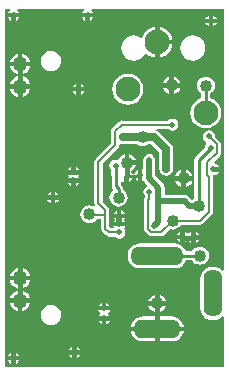
<source format=gbl>
%FSLAX25Y25*%
%MOIN*%
G70*
G01*
G75*
G04 Layer_Physical_Order=2*
G04 Layer_Color=16711680*
%ADD10R,0.05500X0.08000*%
%ADD11R,0.12000X0.15000*%
%ADD12R,0.01500X0.02000*%
%ADD13R,0.02000X0.01500*%
%ADD14R,0.01575X0.01969*%
%ADD15R,0.02500X0.03000*%
%ADD16R,0.02000X0.02000*%
%ADD17R,0.00984X0.01969*%
%ADD18R,0.04331X0.04724*%
%ADD19R,0.03937X0.06299*%
%ADD20R,0.01575X0.01850*%
%ADD21R,0.06693X0.03740*%
%ADD22R,0.01575X0.01850*%
%ADD23R,0.01181X0.02598*%
%ADD24R,0.01575X0.01929*%
%ADD25R,0.01181X0.01929*%
%ADD26R,0.14961X0.12047*%
%ADD27R,0.02756X0.01575*%
%ADD28C,0.02000*%
%ADD29C,0.02500*%
%ADD30C,0.01000*%
%ADD31C,0.01500*%
%ADD32C,0.00800*%
%ADD33C,0.04000*%
%ADD34C,0.00700*%
%ADD35C,0.00500*%
%ADD36C,0.00600*%
%ADD37C,0.01200*%
%ADD38R,0.01969X0.00787*%
%ADD39R,0.04134X0.05512*%
%ADD40C,0.08268*%
%ADD41O,0.17716X0.06299*%
%ADD42O,0.06299X0.15748*%
%ADD43O,0.15748X0.06299*%
%ADD44C,0.02000*%
%ADD45C,0.05000*%
%ADD46C,0.04000*%
G36*
X75300Y34899D02*
X74732Y34706D01*
X74664Y34795D01*
X73797Y35460D01*
X72787Y35878D01*
X71704Y36021D01*
X70621Y35878D01*
X69611Y35460D01*
X68744Y34795D01*
X68079Y33928D01*
X67661Y32919D01*
X67519Y31835D01*
Y22387D01*
X67661Y21303D01*
X68079Y20294D01*
X68744Y19427D01*
X69611Y18762D01*
X70621Y18344D01*
X71704Y18201D01*
X72787Y18344D01*
X73797Y18762D01*
X74664Y19427D01*
X74732Y19516D01*
X75300Y19323D01*
Y2600D01*
X2600D01*
Y122100D01*
X3959D01*
X4133Y121526D01*
X3858Y121342D01*
X3416Y120680D01*
X3410Y120650D01*
X7190D01*
X7184Y120680D01*
X6742Y121342D01*
X6467Y121526D01*
X6641Y122100D01*
X28659D01*
X28833Y121526D01*
X28558Y121342D01*
X28116Y120680D01*
X28110Y120650D01*
X31890D01*
X31884Y120680D01*
X31442Y121342D01*
X31167Y121526D01*
X31341Y122100D01*
X75300D01*
Y34899D01*
D02*
G37*
%LPC*%
G36*
X8250Y35631D02*
Y32950D01*
X10932D01*
X10910Y33114D01*
X10557Y33965D01*
X9996Y34696D01*
X9265Y35257D01*
X8414Y35610D01*
X8250Y35631D01*
D02*
G37*
G36*
X6750D02*
X6586Y35610D01*
X5735Y35257D01*
X5004Y34696D01*
X4443Y33965D01*
X4090Y33114D01*
X4069Y32950D01*
X6750D01*
Y35631D01*
D02*
G37*
G36*
X58909Y43895D02*
X47491D01*
X46408Y43752D01*
X45399Y43334D01*
X44532Y42669D01*
X43867Y41802D01*
X43448Y40793D01*
X43306Y39709D01*
X43448Y38626D01*
X43867Y37617D01*
X44532Y36750D01*
X45399Y36085D01*
X46408Y35667D01*
X47491Y35524D01*
X58909D01*
X59992Y35667D01*
X61001Y36085D01*
X61868Y36750D01*
X62533Y37617D01*
X62767Y38180D01*
X64785D01*
X65260Y37560D01*
X65887Y37080D01*
X66617Y36777D01*
X67400Y36674D01*
X68183Y36777D01*
X68913Y37080D01*
X69540Y37560D01*
X70021Y38187D01*
X70323Y38917D01*
X70426Y39700D01*
X70323Y40483D01*
X70021Y41213D01*
X69540Y41840D01*
X68913Y42320D01*
X68183Y42623D01*
X67400Y42726D01*
X66617Y42623D01*
X65887Y42320D01*
X65260Y41840D01*
X64799Y41239D01*
X62767D01*
X62533Y41802D01*
X61868Y42669D01*
X61001Y43334D01*
X59992Y43752D01*
X58909Y43895D01*
D02*
G37*
G36*
X67190Y44950D02*
X66050D01*
Y43810D01*
X66080Y43816D01*
X66742Y44258D01*
X67184Y44920D01*
X67190Y44950D01*
D02*
G37*
G36*
X62350Y47890D02*
Y46000D01*
Y44110D01*
X62380Y44116D01*
X63042Y44558D01*
X63050Y44570D01*
X63650D01*
X63858Y44258D01*
X64520Y43816D01*
X64550Y43810D01*
Y45700D01*
Y47590D01*
X64520Y47584D01*
X63858Y47142D01*
X63850Y47130D01*
X63250D01*
X63042Y47442D01*
X62380Y47884D01*
X62350Y47890D01*
D02*
G37*
G36*
X36250Y24090D02*
Y22950D01*
X37390D01*
X37384Y22980D01*
X36942Y23642D01*
X36280Y24084D01*
X36250Y24090D01*
D02*
G37*
G36*
X34750D02*
X34720Y24084D01*
X34058Y23642D01*
X33616Y22980D01*
X33610Y22950D01*
X34750D01*
Y24090D01*
D02*
G37*
G36*
X52450Y26727D02*
X52417Y26723D01*
X51687Y26421D01*
X51060Y25940D01*
X50580Y25313D01*
X50277Y24583D01*
X50273Y24550D01*
X52450D01*
Y26727D01*
D02*
G37*
G36*
X10932Y31450D02*
X4069D01*
X4090Y31286D01*
X4443Y30435D01*
X5004Y29704D01*
X5735Y29143D01*
X6586Y28790D01*
X6891Y28750D01*
Y28150D01*
X6586Y28110D01*
X5735Y27757D01*
X5004Y27196D01*
X4443Y26465D01*
X4090Y25614D01*
X4069Y25450D01*
X10932D01*
X10910Y25614D01*
X10557Y26465D01*
X9996Y27196D01*
X9265Y27757D01*
X8414Y28110D01*
X8109Y28150D01*
Y28750D01*
X8414Y28790D01*
X9265Y29143D01*
X9996Y29704D01*
X10557Y30435D01*
X10910Y31286D01*
X10932Y31450D01*
D02*
G37*
G36*
X53950Y26727D02*
Y24550D01*
X56127D01*
X56123Y24583D01*
X55821Y25313D01*
X55340Y25940D01*
X54713Y26421D01*
X53983Y26723D01*
X53950Y26727D01*
D02*
G37*
G36*
X17650Y58350D02*
X16510D01*
X16516Y58320D01*
X16958Y57658D01*
X17620Y57216D01*
X17650Y57210D01*
Y58350D01*
D02*
G37*
G36*
X41250Y54890D02*
Y53750D01*
X42390D01*
X42384Y53780D01*
X41942Y54442D01*
X41280Y54884D01*
X41250Y54890D01*
D02*
G37*
G36*
X20290Y58350D02*
X19150D01*
Y57210D01*
X19180Y57216D01*
X19842Y57658D01*
X20284Y58320D01*
X20290Y58350D01*
D02*
G37*
G36*
X17650Y60990D02*
X17620Y60984D01*
X16958Y60542D01*
X16516Y59880D01*
X16510Y59850D01*
X17650D01*
Y60990D01*
D02*
G37*
G36*
X70400Y81539D02*
X69620Y81384D01*
X68958Y80942D01*
X68516Y80280D01*
X68361Y79500D01*
X68516Y78720D01*
X68958Y78058D01*
X69569Y77649D01*
Y77049D01*
X69558Y77042D01*
X69116Y76380D01*
X68992Y75754D01*
X66019Y72781D01*
X65687Y72285D01*
X65571Y71700D01*
Y65949D01*
X65570Y65949D01*
Y65051D01*
X65571Y65051D01*
Y59008D01*
X64960Y58540D01*
X64960Y58540D01*
Y58540D01*
X64745Y58439D01*
X63742Y59442D01*
X63080Y59884D01*
X62300Y60039D01*
X55639D01*
Y62400D01*
X55484Y63180D01*
X55042Y63842D01*
X52539Y66345D01*
Y71600D01*
X52384Y72380D01*
X51942Y73042D01*
X51280Y73484D01*
X50500Y73639D01*
X49720Y73484D01*
X49058Y73042D01*
X48616Y72380D01*
X48461Y71600D01*
Y68921D01*
X48250Y68748D01*
Y66600D01*
Y64710D01*
X48280Y64716D01*
X48412Y64804D01*
X48616Y64720D01*
X49058Y64058D01*
X49752Y63364D01*
X49694Y62767D01*
X49058Y62342D01*
X48616Y61680D01*
X48461Y60900D01*
X48616Y60120D01*
X49058Y59458D01*
X49174Y59380D01*
X49174Y59380D01*
D01*
X49163Y59237D01*
X48875Y58807D01*
X48774Y58300D01*
Y48772D01*
X48875Y48264D01*
X49163Y47834D01*
X49163Y47834D01*
X49163Y47834D01*
X50334Y46663D01*
X50764Y46375D01*
X51272Y46275D01*
X54600D01*
X55107Y46375D01*
X55537Y46663D01*
X55537Y46663D01*
X55537Y46663D01*
X57429Y48555D01*
X57617Y48477D01*
X58400Y48374D01*
X59183Y48477D01*
X59913Y48779D01*
X60540Y49260D01*
X61020Y49887D01*
X61098Y50074D01*
X67500D01*
X68007Y50175D01*
X68437Y50463D01*
X71437Y53463D01*
X71725Y53893D01*
X71825Y54400D01*
Y66100D01*
X71900Y66461D01*
D01*
D01*
X72680Y66616D01*
X73342Y67058D01*
X73784Y67720D01*
X73790Y67750D01*
X71900D01*
Y69250D01*
X73790D01*
X73784Y69280D01*
X73342Y69942D01*
X72680Y70384D01*
X72202Y70479D01*
X72028Y71053D01*
X74037Y73063D01*
X74325Y73493D01*
X74426Y74000D01*
Y76800D01*
X74325Y77307D01*
X74037Y77737D01*
X72412Y79363D01*
X72439Y79500D01*
X72284Y80280D01*
X71842Y80942D01*
X71180Y81384D01*
X70400Y81539D01*
D02*
G37*
G36*
X66050Y47590D02*
Y46450D01*
X67190D01*
X67184Y46480D01*
X66742Y47142D01*
X66080Y47584D01*
X66050Y47590D01*
D02*
G37*
G36*
X60850Y45250D02*
X59710D01*
X59716Y45220D01*
X60158Y44558D01*
X60820Y44116D01*
X60850Y44110D01*
Y45250D01*
D02*
G37*
G36*
Y47890D02*
X60820Y47884D01*
X60158Y47442D01*
X59716Y46780D01*
X59710Y46750D01*
X60850D01*
Y47890D01*
D02*
G37*
G36*
X39750Y54890D02*
X39720Y54884D01*
X39058Y54442D01*
X38616Y53780D01*
X38610Y53750D01*
X39750D01*
Y54890D01*
D02*
G37*
G36*
X42390Y52250D02*
X38610D01*
X38616Y52220D01*
X39030Y51600D01*
X38616Y50980D01*
X38610Y50950D01*
X42390D01*
X42384Y50980D01*
X41970Y51600D01*
X42384Y52220D01*
X42390Y52250D01*
D02*
G37*
G36*
X24850Y9290D02*
X24820Y9284D01*
X24158Y8842D01*
X23716Y8180D01*
X23710Y8150D01*
X24850D01*
Y9290D01*
D02*
G37*
G36*
X6050Y7490D02*
Y6350D01*
X7190D01*
X7184Y6380D01*
X6742Y7042D01*
X6080Y7484D01*
X6050Y7490D01*
D02*
G37*
G36*
X26350Y9290D02*
Y8150D01*
X27490D01*
X27484Y8180D01*
X27042Y8842D01*
X26380Y9284D01*
X26350Y9290D01*
D02*
G37*
G36*
X62011Y14550D02*
X53950D01*
Y11115D01*
X57924D01*
X59008Y11257D01*
X60017Y11675D01*
X60884Y12341D01*
X61549Y13207D01*
X61967Y14217D01*
X62011Y14550D01*
D02*
G37*
G36*
X52450D02*
X44389D01*
X44433Y14217D01*
X44851Y13207D01*
X45516Y12341D01*
X46383Y11675D01*
X47392Y11257D01*
X48476Y11115D01*
X52450D01*
Y14550D01*
D02*
G37*
G36*
X7190Y4850D02*
X6050D01*
Y3710D01*
X6080Y3716D01*
X6742Y4158D01*
X7184Y4820D01*
X7190Y4850D01*
D02*
G37*
G36*
X4550D02*
X3410D01*
X3416Y4820D01*
X3858Y4158D01*
X4520Y3716D01*
X4550Y3710D01*
Y4850D01*
D02*
G37*
G36*
X24850Y6650D02*
X23710D01*
X23716Y6620D01*
X24158Y5958D01*
X24820Y5516D01*
X24850Y5510D01*
Y6650D01*
D02*
G37*
G36*
X4550Y7490D02*
X4520Y7484D01*
X3858Y7042D01*
X3416Y6380D01*
X3410Y6350D01*
X4550D01*
Y7490D01*
D02*
G37*
G36*
X27490Y6650D02*
X26350D01*
Y5510D01*
X26380Y5516D01*
X27042Y5958D01*
X27484Y6620D01*
X27490Y6650D01*
D02*
G37*
G36*
X52450Y23050D02*
X50273D01*
X50277Y23017D01*
X50580Y22287D01*
X51060Y21660D01*
X51687Y21180D01*
X52417Y20877D01*
X52450Y20873D01*
Y23050D01*
D02*
G37*
G36*
X37390Y21450D02*
X33610D01*
X33616Y21420D01*
X34058Y20758D01*
Y20242D01*
X33616Y19580D01*
X33610Y19550D01*
X37390D01*
X37384Y19580D01*
X36942Y20242D01*
Y20758D01*
X37384Y21420D01*
X37390Y21450D01*
D02*
G37*
G36*
X56127Y23050D02*
X53950D01*
Y20873D01*
X53983Y20877D01*
X54713Y21180D01*
X55340Y21660D01*
X55821Y22287D01*
X56123Y23017D01*
X56127Y23050D01*
D02*
G37*
G36*
X10932Y23950D02*
X8250D01*
Y21269D01*
X8414Y21290D01*
X9265Y21643D01*
X9996Y22204D01*
X10557Y22935D01*
X10910Y23786D01*
X10932Y23950D01*
D02*
G37*
G36*
X6750D02*
X4069D01*
X4090Y23786D01*
X4443Y22935D01*
X5004Y22204D01*
X5735Y21643D01*
X6586Y21290D01*
X6750Y21269D01*
Y23950D01*
D02*
G37*
G36*
X57924Y19485D02*
X53950D01*
Y16050D01*
X62011D01*
X61967Y16383D01*
X61549Y17393D01*
X60884Y18259D01*
X60017Y18925D01*
X59008Y19343D01*
X57924Y19485D01*
D02*
G37*
G36*
X52450D02*
X48476D01*
X47392Y19343D01*
X46383Y18925D01*
X45516Y18259D01*
X44851Y17393D01*
X44433Y16383D01*
X44389Y16050D01*
X52450D01*
Y19485D01*
D02*
G37*
G36*
X17717Y23431D02*
X16839Y23315D01*
X16021Y22976D01*
X15319Y22437D01*
X14780Y21735D01*
X14441Y20917D01*
X14325Y20039D01*
X14441Y19162D01*
X14780Y18344D01*
X15319Y17641D01*
X16021Y17102D01*
X16839Y16764D01*
X17717Y16648D01*
X18594Y16764D01*
X19412Y17102D01*
X20114Y17641D01*
X20653Y18344D01*
X20992Y19162D01*
X21108Y20039D01*
X20992Y20917D01*
X20653Y21735D01*
X20114Y22437D01*
X19412Y22976D01*
X18594Y23315D01*
X17717Y23431D01*
D02*
G37*
G36*
X37390Y18050D02*
X36250D01*
Y16910D01*
X36280Y16916D01*
X36942Y17358D01*
X37384Y18020D01*
X37390Y18050D01*
D02*
G37*
G36*
X34750D02*
X33610D01*
X33616Y18020D01*
X34058Y17358D01*
X34720Y16916D01*
X34750Y16910D01*
Y18050D01*
D02*
G37*
G36*
X19150Y60990D02*
Y59850D01*
X20290D01*
X20284Y59880D01*
X19842Y60542D01*
X19180Y60984D01*
X19150Y60990D01*
D02*
G37*
G36*
X6750Y107032D02*
X6586Y107010D01*
X5735Y106657D01*
X5004Y106096D01*
X4443Y105365D01*
X4090Y104514D01*
X4069Y104350D01*
X6750D01*
Y107032D01*
D02*
G37*
G36*
X17717Y108076D02*
X16839Y107961D01*
X16021Y107622D01*
X15319Y107083D01*
X14780Y106381D01*
X14441Y105563D01*
X14325Y104685D01*
X14441Y103807D01*
X14780Y102989D01*
X15319Y102287D01*
X16021Y101748D01*
X16839Y101409D01*
X17717Y101294D01*
X18594Y101409D01*
X19412Y101748D01*
X20114Y102287D01*
X20653Y102989D01*
X20992Y103807D01*
X21108Y104685D01*
X20992Y105563D01*
X20653Y106381D01*
X20114Y107083D01*
X19412Y107622D01*
X18594Y107961D01*
X17717Y108076D01*
D02*
G37*
G36*
X8250Y107032D02*
Y104350D01*
X10932D01*
X10910Y104514D01*
X10557Y105365D01*
X9996Y106096D01*
X9265Y106657D01*
X8414Y107010D01*
X8250Y107032D01*
D02*
G37*
G36*
X58279Y110170D02*
X53950D01*
Y105841D01*
X54540Y105919D01*
X55789Y106436D01*
X56862Y107259D01*
X57684Y108331D01*
X58202Y109580D01*
X58279Y110170D01*
D02*
G37*
G36*
X65011Y113137D02*
X63928Y112995D01*
X62918Y112577D01*
X62051Y111911D01*
X61386Y111045D01*
X60968Y110035D01*
X60826Y108952D01*
X60968Y107869D01*
X61386Y106859D01*
X62051Y105992D01*
X62918Y105327D01*
X63928Y104909D01*
X65011Y104767D01*
X66094Y104909D01*
X67104Y105327D01*
X67971Y105992D01*
X68636Y106859D01*
X69054Y107869D01*
X69196Y108952D01*
X69054Y110035D01*
X68636Y111045D01*
X67971Y111911D01*
X67104Y112577D01*
X66094Y112995D01*
X65011Y113137D01*
D02*
G37*
G36*
X27750Y97090D02*
Y95950D01*
X28890D01*
X28884Y95980D01*
X28442Y96642D01*
X27780Y97084D01*
X27750Y97090D01*
D02*
G37*
G36*
X26250D02*
X26220Y97084D01*
X25558Y96642D01*
X25116Y95980D01*
X25110Y95950D01*
X26250D01*
Y97090D01*
D02*
G37*
G36*
X10932Y102850D02*
X4069D01*
X4090Y102686D01*
X4443Y101835D01*
X5004Y101104D01*
X5735Y100543D01*
X6586Y100190D01*
X6891Y100150D01*
Y99550D01*
X6586Y99510D01*
X5735Y99157D01*
X5004Y98596D01*
X4443Y97865D01*
X4090Y97014D01*
X4069Y96850D01*
X10932D01*
X10910Y97014D01*
X10557Y97865D01*
X9996Y98596D01*
X9265Y99157D01*
X8414Y99510D01*
X8109Y99550D01*
Y100150D01*
X8414Y100190D01*
X9265Y100543D01*
X9996Y101104D01*
X10557Y101835D01*
X10910Y102686D01*
X10932Y102850D01*
D02*
G37*
G36*
X58750Y99427D02*
Y97250D01*
X60927D01*
X60923Y97283D01*
X60620Y98013D01*
X60140Y98640D01*
X59513Y99120D01*
X58783Y99423D01*
X58750Y99427D01*
D02*
G37*
G36*
X57250D02*
X57217Y99423D01*
X56487Y99120D01*
X55860Y98640D01*
X55379Y98013D01*
X55077Y97283D01*
X55073Y97250D01*
X57250D01*
Y99427D01*
D02*
G37*
G36*
X29250Y119150D02*
X28110D01*
X28116Y119120D01*
X28558Y118458D01*
X29220Y118016D01*
X29250Y118010D01*
Y119150D01*
D02*
G37*
G36*
X7190D02*
X6050D01*
Y118010D01*
X6080Y118016D01*
X6742Y118458D01*
X7184Y119120D01*
X7190Y119150D01*
D02*
G37*
G36*
X31890D02*
X30750D01*
Y118010D01*
X30780Y118016D01*
X31442Y118458D01*
X31884Y119120D01*
X31890Y119150D01*
D02*
G37*
G36*
X71850Y119890D02*
Y118750D01*
X72990D01*
X72984Y118780D01*
X72542Y119442D01*
X71880Y119884D01*
X71850Y119890D01*
D02*
G37*
G36*
X70350D02*
X70320Y119884D01*
X69658Y119442D01*
X69216Y118780D01*
X69210Y118750D01*
X70350D01*
Y119890D01*
D02*
G37*
G36*
X52450Y116000D02*
X51860Y115922D01*
X50611Y115405D01*
X49538Y114582D01*
X48716Y113510D01*
X48298Y112502D01*
X47719Y112346D01*
X47419Y112577D01*
X46409Y112995D01*
X45326Y113137D01*
X44243Y112995D01*
X43233Y112577D01*
X42366Y111911D01*
X41701Y111045D01*
X41283Y110035D01*
X41141Y108952D01*
X41283Y107869D01*
X41701Y106859D01*
X42366Y105992D01*
X43233Y105327D01*
X44243Y104909D01*
X45326Y104767D01*
X46409Y104909D01*
X47419Y105327D01*
X48285Y105992D01*
X48951Y106859D01*
X49029Y107050D01*
X49609Y107205D01*
X50611Y106436D01*
X51860Y105919D01*
X52450Y105841D01*
Y110921D01*
Y116000D01*
D02*
G37*
G36*
X53950D02*
Y111670D01*
X58279D01*
X58202Y112261D01*
X57684Y113510D01*
X56862Y114582D01*
X55789Y115405D01*
X54540Y115922D01*
X53950Y116000D01*
D02*
G37*
G36*
X70350Y117250D02*
X69210D01*
X69216Y117220D01*
X69658Y116558D01*
X70320Y116116D01*
X70350Y116110D01*
Y117250D01*
D02*
G37*
G36*
X4550Y119150D02*
X3410D01*
X3416Y119120D01*
X3858Y118458D01*
X4520Y118016D01*
X4550Y118010D01*
Y119150D01*
D02*
G37*
G36*
X72990Y117250D02*
X71850D01*
Y116110D01*
X71880Y116116D01*
X72542Y116558D01*
X72984Y117220D01*
X72990Y117250D01*
D02*
G37*
G36*
X62750Y68427D02*
Y66250D01*
X64927D01*
X64923Y66283D01*
X64621Y67013D01*
X64140Y67640D01*
X63513Y68120D01*
X62783Y68423D01*
X62750Y68427D01*
D02*
G37*
G36*
X61250D02*
X61217Y68423D01*
X60487Y68120D01*
X59860Y67640D01*
X59380Y67013D01*
X59077Y66283D01*
X59073Y66250D01*
X61250D01*
Y68427D01*
D02*
G37*
G36*
X24450Y69390D02*
X24420Y69384D01*
X23758Y68942D01*
X23316Y68280D01*
X23310Y68250D01*
X24450D01*
Y69390D01*
D02*
G37*
G36*
X43850Y73627D02*
Y71450D01*
X46027D01*
X46023Y71483D01*
X45720Y72213D01*
X45240Y72840D01*
X44613Y73321D01*
X43883Y73623D01*
X43850Y73627D01*
D02*
G37*
G36*
X25950Y69390D02*
Y68250D01*
X27090D01*
X27084Y68280D01*
X26642Y68942D01*
X25980Y69384D01*
X25950Y69390D01*
D02*
G37*
G36*
X64927Y64750D02*
X62750D01*
Y62573D01*
X62783Y62577D01*
X63513Y62880D01*
X64140Y63360D01*
X64621Y63987D01*
X64923Y64717D01*
X64927Y64750D01*
D02*
G37*
G36*
X61250D02*
X59073D01*
X59077Y64717D01*
X59380Y63987D01*
X59860Y63360D01*
X60487Y62880D01*
X61217Y62577D01*
X61250Y62573D01*
Y64750D01*
D02*
G37*
G36*
X24450Y64050D02*
X23310D01*
X23316Y64020D01*
X23758Y63358D01*
X24420Y62916D01*
X24450Y62910D01*
Y64050D01*
D02*
G37*
G36*
X27090Y66750D02*
X23310D01*
X23316Y66720D01*
X23697Y66150D01*
X23316Y65580D01*
X23310Y65550D01*
X27090D01*
X27084Y65580D01*
X26703Y66150D01*
X27084Y66720D01*
X27090Y66750D01*
D02*
G37*
G36*
Y64050D02*
X25950D01*
Y62910D01*
X25980Y62916D01*
X26642Y63358D01*
X27084Y64020D01*
X27090Y64050D01*
D02*
G37*
G36*
X26250Y94450D02*
X25110D01*
X25116Y94420D01*
X25558Y93758D01*
X26220Y93316D01*
X26250Y93310D01*
Y94450D01*
D02*
G37*
G36*
X10932Y95350D02*
X8250D01*
Y92668D01*
X8414Y92690D01*
X9265Y93043D01*
X9996Y93604D01*
X10557Y94335D01*
X10910Y95186D01*
X10932Y95350D01*
D02*
G37*
G36*
X28890Y94450D02*
X27750D01*
Y93310D01*
X27780Y93316D01*
X28442Y93758D01*
X28884Y94420D01*
X28890Y94450D01*
D02*
G37*
G36*
X60927Y95750D02*
X58750D01*
Y93573D01*
X58783Y93577D01*
X59513Y93879D01*
X60140Y94360D01*
X60620Y94987D01*
X60923Y95717D01*
X60927Y95750D01*
D02*
G37*
G36*
X57250D02*
X55073D01*
X55077Y95717D01*
X55379Y94987D01*
X55860Y94360D01*
X56487Y93879D01*
X57217Y93577D01*
X57250Y93573D01*
Y95750D01*
D02*
G37*
G36*
X69400Y99426D02*
X68617Y99323D01*
X67887Y99020D01*
X67260Y98540D01*
X66780Y97913D01*
X66477Y97183D01*
X66374Y96400D01*
X66477Y95617D01*
X66780Y94887D01*
X67260Y94260D01*
X67812Y93837D01*
Y92222D01*
X66753Y91783D01*
X65680Y90960D01*
X64857Y89887D01*
X64340Y88639D01*
X64164Y87298D01*
X64340Y85958D01*
X64857Y84709D01*
X65680Y83637D01*
X66753Y82814D01*
X68002Y82297D01*
X69342Y82120D01*
X70682Y82297D01*
X71931Y82814D01*
X73003Y83637D01*
X73826Y84709D01*
X74343Y85958D01*
X74520Y87298D01*
X74343Y88639D01*
X73826Y89887D01*
X73003Y90960D01*
X71931Y91783D01*
X70871Y92222D01*
Y93762D01*
X70913Y93779D01*
X71540Y94260D01*
X72021Y94887D01*
X72323Y95617D01*
X72426Y96400D01*
X72323Y97183D01*
X72021Y97913D01*
X71540Y98540D01*
X70913Y99020D01*
X70183Y99323D01*
X69400Y99426D01*
D02*
G37*
G36*
X42350Y73627D02*
X42317Y73623D01*
X41587Y73321D01*
X40960Y72840D01*
X40479Y72213D01*
X40239Y71632D01*
X40080Y71584D01*
X39300Y71739D01*
X38520Y71584D01*
X37858Y71142D01*
X37416Y70480D01*
X37261Y69700D01*
X37416Y68920D01*
X37771Y68389D01*
Y67100D01*
X37887Y66515D01*
X37971Y66390D01*
Y62800D01*
X38087Y62215D01*
X38419Y61719D01*
X38399Y61423D01*
X38160Y61240D01*
X37679Y60613D01*
X37377Y59883D01*
X37274Y59100D01*
X37377Y58317D01*
X37679Y57587D01*
X38160Y56960D01*
X38787Y56480D01*
X39517Y56177D01*
X40300Y56074D01*
X41083Y56177D01*
X41813Y56480D01*
X42440Y56960D01*
X42921Y57587D01*
X43223Y58317D01*
X43326Y59100D01*
X43223Y59883D01*
X42921Y60613D01*
X42440Y61240D01*
X41829Y61708D01*
Y62000D01*
X41713Y62585D01*
X41381Y63081D01*
X41029Y63433D01*
Y64305D01*
X41558Y64658D01*
X41558Y64658D01*
Y64658D01*
D01*
X42220Y64216D01*
X42250Y64210D01*
Y66100D01*
X43750D01*
Y64210D01*
X43780Y64216D01*
X44442Y64658D01*
X44884Y65320D01*
X45000Y65902D01*
X45600D01*
X45616Y65820D01*
X46058Y65158D01*
X46720Y64716D01*
X46750Y64710D01*
Y66600D01*
Y68490D01*
X46720Y68484D01*
X46058Y68042D01*
X45616Y67380D01*
X45500Y66798D01*
X44900D01*
X44884Y66880D01*
X44442Y67542D01*
Y67542D01*
D01*
X44613Y68080D01*
X45240Y68560D01*
X45720Y69187D01*
X46023Y69917D01*
X46027Y69950D01*
X43100D01*
Y70700D01*
X42350D01*
Y73627D01*
D02*
G37*
G36*
X58200Y85439D02*
X57420Y85284D01*
X56758Y84842D01*
X56714Y84776D01*
X41300D01*
X41300Y84777D01*
X40773Y84672D01*
X40327Y84373D01*
X38227Y82273D01*
X37928Y81827D01*
X37824Y81300D01*
Y77170D01*
X32627Y71973D01*
X32328Y71527D01*
X32224Y71000D01*
Y57200D01*
X32328Y56673D01*
X32347Y56645D01*
X31967Y56181D01*
X31383Y56423D01*
X30600Y56526D01*
X29817Y56423D01*
X29087Y56121D01*
X28460Y55640D01*
X27979Y55013D01*
X27677Y54283D01*
X27574Y53500D01*
X27677Y52717D01*
X27979Y51987D01*
X28460Y51360D01*
X29087Y50880D01*
X29817Y50577D01*
X30600Y50474D01*
X31383Y50577D01*
X32113Y50880D01*
X32740Y51360D01*
X33220Y51987D01*
X33236Y52024D01*
X34524D01*
Y48700D01*
X34628Y48173D01*
X34927Y47727D01*
X36177Y46477D01*
X36177Y46477D01*
X36623Y46178D01*
X37150Y46073D01*
X37150Y46074D01*
X39014D01*
X39058Y46008D01*
X39720Y45566D01*
X40500Y45411D01*
X41280Y45566D01*
X41942Y46008D01*
X42384Y46670D01*
X42539Y47450D01*
X42384Y48230D01*
X41987Y48825D01*
X42384Y49420D01*
X42390Y49450D01*
X40698D01*
X40500Y49489D01*
X40302Y49450D01*
X38610D01*
X38616Y49420D01*
X38659Y49356D01*
X38376Y48826D01*
X37720D01*
X37276Y49270D01*
Y53400D01*
Y54900D01*
X37172Y55427D01*
X36873Y55873D01*
X34976Y57770D01*
Y70430D01*
X40173Y75627D01*
X40173Y75627D01*
X40472Y76073D01*
X40472Y76073D01*
X40472Y76073D01*
X40576Y76600D01*
X40576Y76600D01*
Y76776D01*
X41040Y77157D01*
X41800Y77006D01*
X46462D01*
X46887Y76679D01*
X47617Y76377D01*
X48400Y76274D01*
X49183Y76377D01*
X49913Y76679D01*
X50338Y77006D01*
X51150D01*
X53906Y74250D01*
Y68700D01*
X54081Y67822D01*
X54578Y67078D01*
X55322Y66581D01*
X56200Y66406D01*
X57078Y66581D01*
X57822Y67078D01*
X58319Y67822D01*
X58494Y68700D01*
Y75200D01*
X58319Y76078D01*
X57822Y76822D01*
X53722Y80922D01*
X52978Y81419D01*
X52943Y81426D01*
X53002Y82024D01*
X56714D01*
X56758Y81958D01*
X57420Y81516D01*
X58200Y81361D01*
X58980Y81516D01*
X59642Y81958D01*
X60084Y82620D01*
X60239Y83400D01*
X60084Y84180D01*
X59642Y84842D01*
X58980Y85284D01*
X58200Y85439D01*
D02*
G37*
G36*
X6750Y95350D02*
X4069D01*
X4090Y95186D01*
X4443Y94335D01*
X5004Y93604D01*
X5735Y93043D01*
X6586Y92690D01*
X6750Y92668D01*
Y95350D01*
D02*
G37*
G36*
X43358Y100351D02*
X42017Y100174D01*
X40768Y99657D01*
X39696Y98834D01*
X38873Y97761D01*
X38356Y96513D01*
X38179Y95172D01*
X38356Y93832D01*
X38873Y92583D01*
X39696Y91511D01*
X40768Y90688D01*
X42017Y90171D01*
X43358Y89994D01*
X44698Y90171D01*
X45947Y90688D01*
X47019Y91511D01*
X47842Y92583D01*
X48359Y93832D01*
X48536Y95172D01*
X48359Y96513D01*
X47842Y97761D01*
X47019Y98834D01*
X45947Y99657D01*
X44698Y100174D01*
X43358Y100351D01*
D02*
G37*
%LPD*%
D28*
X53600Y58000D02*
Y62400D01*
Y51100D02*
Y58000D01*
X62300D01*
X63900Y56400D01*
X67100D01*
X40500Y50200D02*
Y53000D01*
X52100Y49600D02*
X53600Y51100D01*
X50500Y65500D02*
X53600Y62400D01*
X50500Y65500D02*
Y71600D01*
D29*
X48400Y79300D02*
X52100D01*
X41800D02*
X48400D01*
X56200Y68700D02*
Y75200D01*
X52100Y79300D02*
X56200Y75200D01*
D30*
X43100Y66200D02*
X43200Y66300D01*
X43000Y66100D02*
X43100Y66200D01*
X47200Y66300D02*
X47500Y66600D01*
X43200Y66300D02*
X47200D01*
X69342Y87298D02*
Y96342D01*
X53200Y39709D02*
X67391D01*
X67100Y56400D02*
Y71700D01*
X71000Y75600D01*
X39300Y67100D02*
Y69700D01*
Y67100D02*
X39500Y66900D01*
Y62800D02*
Y66900D01*
Y62800D02*
X40300Y62000D01*
Y59100D02*
Y62000D01*
D31*
X7500Y39700D02*
Y41700D01*
Y32200D02*
Y39700D01*
Y26700D02*
Y32200D01*
X43100Y66200D02*
Y70700D01*
X61900Y45700D02*
X65300D01*
X61600Y46000D02*
X61900Y45700D01*
X7500Y96100D02*
Y103600D01*
Y88600D02*
Y96100D01*
D34*
X35900Y48700D02*
Y53400D01*
X30600Y53500D02*
X30700Y53400D01*
X35900D01*
Y48700D02*
X37150Y47450D01*
X40500D01*
X33600Y71000D02*
X39200Y76600D01*
Y81300D01*
X41300Y83400D01*
X58200D01*
X33600Y57200D02*
Y71000D01*
Y57200D02*
X35900Y54900D01*
Y53400D02*
Y54900D01*
D36*
X67500Y51400D02*
X70500Y54400D01*
X58400Y51400D02*
X67500D01*
X54600Y47600D02*
X58400Y51400D01*
X51272Y47600D02*
X54600D01*
X50500Y58700D02*
Y60900D01*
X50100Y58300D02*
X50500Y58700D01*
X50100Y48772D02*
Y58300D01*
Y48772D02*
X51272Y47600D01*
X70400Y79500D02*
X73100Y76800D01*
X69900Y70800D02*
X73100Y74000D01*
Y76800D01*
X69900Y66700D02*
Y70800D01*
Y66700D02*
X70500Y66100D01*
Y54400D02*
Y66100D01*
D40*
X69342Y87298D02*
D03*
X43358Y95172D02*
D03*
X53200Y110921D02*
D03*
D41*
Y39709D02*
D03*
D42*
X71704Y27111D02*
D03*
D43*
X53200Y15300D02*
D03*
D44*
X18400Y59100D02*
D03*
X25200Y64800D02*
D03*
Y67500D02*
D03*
X41800Y79300D02*
D03*
X52100Y49600D02*
D03*
X50500Y71600D02*
D03*
X40500Y53000D02*
D03*
Y50200D02*
D03*
Y47450D02*
D03*
X65300Y45700D02*
D03*
X61600Y46000D02*
D03*
X71900Y68500D02*
D03*
X50500Y60900D02*
D03*
X47500Y66600D02*
D03*
X5300Y119900D02*
D03*
X30000D02*
D03*
X5300Y5600D02*
D03*
X27000Y95200D02*
D03*
X71100Y118000D02*
D03*
X56200Y68700D02*
D03*
X43000Y66100D02*
D03*
X71000Y75600D02*
D03*
X70400Y79500D02*
D03*
X58200Y83400D02*
D03*
X35500Y22200D02*
D03*
Y18800D02*
D03*
X25600Y7400D02*
D03*
X39300Y69700D02*
D03*
D45*
X7500Y103600D02*
D03*
Y96100D02*
D03*
Y32200D02*
D03*
Y24700D02*
D03*
D46*
X58000Y96500D02*
D03*
X53200Y23800D02*
D03*
X48400Y79300D02*
D03*
X67400Y39700D02*
D03*
X69400Y96400D02*
D03*
X67100Y56400D02*
D03*
X30600Y53500D02*
D03*
X58400Y51400D02*
D03*
X62000Y65500D02*
D03*
X43100Y70700D02*
D03*
X40300Y59100D02*
D03*
M02*

</source>
